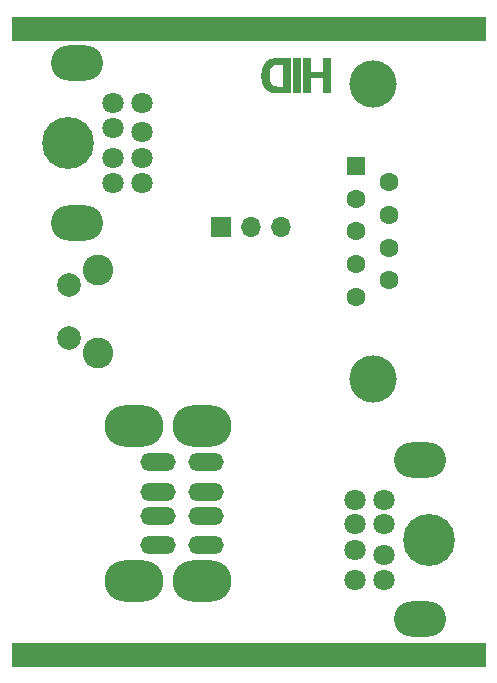
<source format=gbr>
%TF.GenerationSoftware,KiCad,Pcbnew,8.0.1*%
%TF.CreationDate,2024-05-28T16:45:22+01:00*%
%TF.ProjectId,ps2usb,70733275-7362-42e6-9b69-6361645f7063,rev?*%
%TF.SameCoordinates,Original*%
%TF.FileFunction,Soldermask,Bot*%
%TF.FilePolarity,Negative*%
%FSLAX46Y46*%
G04 Gerber Fmt 4.6, Leading zero omitted, Abs format (unit mm)*
G04 Created by KiCad (PCBNEW 8.0.1) date 2024-05-28 16:45:22*
%MOMM*%
%LPD*%
G01*
G04 APERTURE LIST*
%ADD10C,0.080000*%
%ADD11C,0.100000*%
%ADD12O,1.700000X1.700000*%
%ADD13R,1.700000X1.700000*%
%ADD14C,1.800000*%
%ADD15O,4.400000X3.000000*%
%ADD16C,4.400000*%
%ADD17O,3.000000X1.500000*%
%ADD18O,5.000000X3.500000*%
%ADD19C,2.000000*%
%ADD20C,2.600000*%
%ADD21C,4.000000*%
%ADD22R,1.600000X1.600000*%
%ADD23C,1.600000*%
G04 APERTURE END LIST*
D10*
X120501405Y-73916652D02*
X119404360Y-73916652D01*
X119325639Y-73915698D01*
X119250981Y-73912836D01*
X119180384Y-73908066D01*
X119113850Y-73901388D01*
X119082106Y-73897333D01*
X119051378Y-73892802D01*
X119021665Y-73887793D01*
X118992968Y-73882307D01*
X118965287Y-73876345D01*
X118938621Y-73869905D01*
X118912971Y-73862988D01*
X118888336Y-73855594D01*
X118856500Y-73845000D01*
X118825494Y-73833898D01*
X118795320Y-73822288D01*
X118765977Y-73810171D01*
X118737464Y-73797546D01*
X118709783Y-73784413D01*
X118682932Y-73770772D01*
X118656912Y-73756624D01*
X118631723Y-73741967D01*
X118607365Y-73726803D01*
X118583838Y-73711131D01*
X118561142Y-73694952D01*
X118539277Y-73678264D01*
X118518243Y-73661069D01*
X118498040Y-73643366D01*
X118478667Y-73625155D01*
X118453917Y-73600313D01*
X118429890Y-73574531D01*
X118406586Y-73547812D01*
X118384005Y-73520153D01*
X118362148Y-73491556D01*
X118341014Y-73462021D01*
X118320602Y-73431546D01*
X118300915Y-73400133D01*
X118281950Y-73367782D01*
X118263708Y-73334492D01*
X118246190Y-73300263D01*
X118229395Y-73265096D01*
X118213323Y-73228990D01*
X118197974Y-73191945D01*
X118183349Y-73153962D01*
X118169446Y-73115040D01*
X118158714Y-73082404D01*
X118148674Y-73048998D01*
X118130671Y-72979879D01*
X118115437Y-72907682D01*
X118102974Y-72832408D01*
X118093280Y-72754056D01*
X118086356Y-72672627D01*
X118082201Y-72588120D01*
X118080816Y-72500536D01*
X118081197Y-72474935D01*
X118683501Y-72474935D01*
X118684425Y-72556457D01*
X118687194Y-72633609D01*
X118691810Y-72706390D01*
X118698273Y-72774802D01*
X118706582Y-72838843D01*
X118711429Y-72869225D01*
X118716738Y-72898515D01*
X118722508Y-72926712D01*
X118728740Y-72953816D01*
X118735433Y-72979828D01*
X118742588Y-73004747D01*
X118750113Y-73028451D01*
X118757914Y-73051309D01*
X118765992Y-73073320D01*
X118774347Y-73094485D01*
X118782979Y-73114803D01*
X118791888Y-73134276D01*
X118801075Y-73152902D01*
X118810538Y-73170681D01*
X118820278Y-73187615D01*
X118830295Y-73203702D01*
X118840589Y-73218943D01*
X118851160Y-73233338D01*
X118862008Y-73246887D01*
X118873132Y-73259589D01*
X118884534Y-73271445D01*
X118896213Y-73282455D01*
X118907977Y-73292849D01*
X118920125Y-73302858D01*
X118932658Y-73312482D01*
X118945575Y-73321722D01*
X118958878Y-73330577D01*
X118972565Y-73339048D01*
X118986636Y-73347134D01*
X119001092Y-73354835D01*
X119015933Y-73362151D01*
X119031159Y-73369083D01*
X119046769Y-73375630D01*
X119062764Y-73381793D01*
X119079144Y-73387571D01*
X119095908Y-73392964D01*
X119113057Y-73397972D01*
X119130591Y-73402596D01*
X119159796Y-73409059D01*
X119193248Y-73414659D01*
X119230947Y-73419399D01*
X119272892Y-73423276D01*
X119319084Y-73426292D01*
X119369524Y-73428446D01*
X119424210Y-73429739D01*
X119483142Y-73430170D01*
X119918415Y-73430170D01*
X119918415Y-71517727D01*
X119656463Y-71517729D01*
X119571003Y-71518160D01*
X119492867Y-71519453D01*
X119422055Y-71521607D01*
X119358568Y-71524623D01*
X119302404Y-71528500D01*
X119253566Y-71533239D01*
X119212051Y-71538840D01*
X119194040Y-71541964D01*
X119177860Y-71545303D01*
X119157649Y-71549988D01*
X119137884Y-71555181D01*
X119118566Y-71560883D01*
X119099693Y-71567091D01*
X119081267Y-71573808D01*
X119063287Y-71581032D01*
X119045754Y-71588764D01*
X119028666Y-71597004D01*
X119012025Y-71605752D01*
X118995830Y-71615007D01*
X118980081Y-71624770D01*
X118964779Y-71635041D01*
X118949922Y-71645820D01*
X118935512Y-71657106D01*
X118921548Y-71668900D01*
X118908031Y-71681202D01*
X118894921Y-71694066D01*
X118882180Y-71707545D01*
X118869809Y-71721640D01*
X118857807Y-71736350D01*
X118846174Y-71751675D01*
X118834911Y-71767616D01*
X118824017Y-71784173D01*
X118813492Y-71801345D01*
X118803337Y-71819133D01*
X118793550Y-71837536D01*
X118784133Y-71856554D01*
X118775086Y-71876189D01*
X118766407Y-71896438D01*
X118758098Y-71917303D01*
X118750159Y-71938784D01*
X118742588Y-71960880D01*
X118728740Y-72008119D01*
X118716738Y-72060220D01*
X118706582Y-72117184D01*
X118698273Y-72179010D01*
X118691810Y-72245698D01*
X118687194Y-72317248D01*
X118684425Y-72393661D01*
X118683501Y-72474935D01*
X118081197Y-72474935D01*
X118082294Y-72401135D01*
X118086725Y-72305796D01*
X118094111Y-72214519D01*
X118098912Y-72170404D01*
X118104451Y-72127305D01*
X118110729Y-72085221D01*
X118117746Y-72044152D01*
X118125501Y-72004100D01*
X118133995Y-71965062D01*
X118143227Y-71927041D01*
X118153198Y-71890034D01*
X118163907Y-71854044D01*
X118175356Y-71819069D01*
X118187511Y-71784694D01*
X118200344Y-71750996D01*
X118213854Y-71717975D01*
X118228041Y-71685631D01*
X118242905Y-71653964D01*
X118258447Y-71622975D01*
X118274665Y-71592662D01*
X118291560Y-71563026D01*
X118309132Y-71534067D01*
X118327381Y-71505786D01*
X118346307Y-71478181D01*
X118365910Y-71451254D01*
X118386191Y-71425003D01*
X118407148Y-71399430D01*
X118428782Y-71374533D01*
X118451093Y-71350314D01*
X118474028Y-71326887D01*
X118497532Y-71304368D01*
X118521606Y-71282757D01*
X118546248Y-71262053D01*
X118571460Y-71242258D01*
X118597241Y-71223370D01*
X118623592Y-71205390D01*
X118650512Y-71188318D01*
X118678001Y-71172154D01*
X118706060Y-71156898D01*
X118734687Y-71142549D01*
X118763885Y-71129108D01*
X118793651Y-71116576D01*
X118823987Y-71104951D01*
X118854892Y-71094233D01*
X118886366Y-71084424D01*
X118936313Y-71071499D01*
X118991615Y-71060297D01*
X119052271Y-71050818D01*
X119118282Y-71043063D01*
X119189647Y-71037031D01*
X119266368Y-71032723D01*
X119348443Y-71030138D01*
X119435873Y-71029276D01*
X120501405Y-71029276D01*
X120501405Y-71517727D01*
X120501405Y-73916652D01*
G36*
X120501405Y-73916652D02*
G01*
X119404360Y-73916652D01*
X119325639Y-73915698D01*
X119250981Y-73912836D01*
X119180384Y-73908066D01*
X119113850Y-73901388D01*
X119082106Y-73897333D01*
X119051378Y-73892802D01*
X119021665Y-73887793D01*
X118992968Y-73882307D01*
X118965287Y-73876345D01*
X118938621Y-73869905D01*
X118912971Y-73862988D01*
X118888336Y-73855594D01*
X118856500Y-73845000D01*
X118825494Y-73833898D01*
X118795320Y-73822288D01*
X118765977Y-73810171D01*
X118737464Y-73797546D01*
X118709783Y-73784413D01*
X118682932Y-73770772D01*
X118656912Y-73756624D01*
X118631723Y-73741967D01*
X118607365Y-73726803D01*
X118583838Y-73711131D01*
X118561142Y-73694952D01*
X118539277Y-73678264D01*
X118518243Y-73661069D01*
X118498040Y-73643366D01*
X118478667Y-73625155D01*
X118453917Y-73600313D01*
X118429890Y-73574531D01*
X118406586Y-73547812D01*
X118384005Y-73520153D01*
X118362148Y-73491556D01*
X118341014Y-73462021D01*
X118320602Y-73431546D01*
X118300915Y-73400133D01*
X118281950Y-73367782D01*
X118263708Y-73334492D01*
X118246190Y-73300263D01*
X118229395Y-73265096D01*
X118213323Y-73228990D01*
X118197974Y-73191945D01*
X118183349Y-73153962D01*
X118169446Y-73115040D01*
X118158714Y-73082404D01*
X118148674Y-73048998D01*
X118130671Y-72979879D01*
X118115437Y-72907682D01*
X118102974Y-72832408D01*
X118093280Y-72754056D01*
X118086356Y-72672627D01*
X118082201Y-72588120D01*
X118080816Y-72500536D01*
X118081197Y-72474935D01*
X118683501Y-72474935D01*
X118684425Y-72556457D01*
X118687194Y-72633609D01*
X118691810Y-72706390D01*
X118698273Y-72774802D01*
X118706582Y-72838843D01*
X118711429Y-72869225D01*
X118716738Y-72898515D01*
X118722508Y-72926712D01*
X118728740Y-72953816D01*
X118735433Y-72979828D01*
X118742588Y-73004747D01*
X118750113Y-73028451D01*
X118757914Y-73051309D01*
X118765992Y-73073320D01*
X118774347Y-73094485D01*
X118782979Y-73114803D01*
X118791888Y-73134276D01*
X118801075Y-73152902D01*
X118810538Y-73170681D01*
X118820278Y-73187615D01*
X118830295Y-73203702D01*
X118840589Y-73218943D01*
X118851160Y-73233338D01*
X118862008Y-73246887D01*
X118873132Y-73259589D01*
X118884534Y-73271445D01*
X118896213Y-73282455D01*
X118907977Y-73292849D01*
X118920125Y-73302858D01*
X118932658Y-73312482D01*
X118945575Y-73321722D01*
X118958878Y-73330577D01*
X118972565Y-73339048D01*
X118986636Y-73347134D01*
X119001092Y-73354835D01*
X119015933Y-73362151D01*
X119031159Y-73369083D01*
X119046769Y-73375630D01*
X119062764Y-73381793D01*
X119079144Y-73387571D01*
X119095908Y-73392964D01*
X119113057Y-73397972D01*
X119130591Y-73402596D01*
X119159796Y-73409059D01*
X119193248Y-73414659D01*
X119230947Y-73419399D01*
X119272892Y-73423276D01*
X119319084Y-73426292D01*
X119369524Y-73428446D01*
X119424210Y-73429739D01*
X119483142Y-73430170D01*
X119918415Y-73430170D01*
X119918415Y-71517727D01*
X119656463Y-71517729D01*
X119571003Y-71518160D01*
X119492867Y-71519453D01*
X119422055Y-71521607D01*
X119358568Y-71524623D01*
X119302404Y-71528500D01*
X119253566Y-71533239D01*
X119212051Y-71538840D01*
X119194040Y-71541964D01*
X119177860Y-71545303D01*
X119157649Y-71549988D01*
X119137884Y-71555181D01*
X119118566Y-71560883D01*
X119099693Y-71567091D01*
X119081267Y-71573808D01*
X119063287Y-71581032D01*
X119045754Y-71588764D01*
X119028666Y-71597004D01*
X119012025Y-71605752D01*
X118995830Y-71615007D01*
X118980081Y-71624770D01*
X118964779Y-71635041D01*
X118949922Y-71645820D01*
X118935512Y-71657106D01*
X118921548Y-71668900D01*
X118908031Y-71681202D01*
X118894921Y-71694066D01*
X118882180Y-71707545D01*
X118869809Y-71721640D01*
X118857807Y-71736350D01*
X118846174Y-71751675D01*
X118834911Y-71767616D01*
X118824017Y-71784173D01*
X118813492Y-71801345D01*
X118803337Y-71819133D01*
X118793550Y-71837536D01*
X118784133Y-71856554D01*
X118775086Y-71876189D01*
X118766407Y-71896438D01*
X118758098Y-71917303D01*
X118750159Y-71938784D01*
X118742588Y-71960880D01*
X118728740Y-72008119D01*
X118716738Y-72060220D01*
X118706582Y-72117184D01*
X118698273Y-72179010D01*
X118691810Y-72245698D01*
X118687194Y-72317248D01*
X118684425Y-72393661D01*
X118683501Y-72474935D01*
X118081197Y-72474935D01*
X118082294Y-72401135D01*
X118086725Y-72305796D01*
X118094111Y-72214519D01*
X118098912Y-72170404D01*
X118104451Y-72127305D01*
X118110729Y-72085221D01*
X118117746Y-72044152D01*
X118125501Y-72004100D01*
X118133995Y-71965062D01*
X118143227Y-71927041D01*
X118153198Y-71890034D01*
X118163907Y-71854044D01*
X118175356Y-71819069D01*
X118187511Y-71784694D01*
X118200344Y-71750996D01*
X118213854Y-71717975D01*
X118228041Y-71685631D01*
X118242905Y-71653964D01*
X118258447Y-71622975D01*
X118274665Y-71592662D01*
X118291560Y-71563026D01*
X118309132Y-71534067D01*
X118327381Y-71505786D01*
X118346307Y-71478181D01*
X118365910Y-71451254D01*
X118386191Y-71425003D01*
X118407148Y-71399430D01*
X118428782Y-71374533D01*
X118451093Y-71350314D01*
X118474028Y-71326887D01*
X118497532Y-71304368D01*
X118521606Y-71282757D01*
X118546248Y-71262053D01*
X118571460Y-71242258D01*
X118597241Y-71223370D01*
X118623592Y-71205390D01*
X118650512Y-71188318D01*
X118678001Y-71172154D01*
X118706060Y-71156898D01*
X118734687Y-71142549D01*
X118763885Y-71129108D01*
X118793651Y-71116576D01*
X118823987Y-71104951D01*
X118854892Y-71094233D01*
X118886366Y-71084424D01*
X118936313Y-71071499D01*
X118991615Y-71060297D01*
X119052271Y-71050818D01*
X119118282Y-71043063D01*
X119189647Y-71037031D01*
X119266368Y-71032723D01*
X119348443Y-71030138D01*
X119435873Y-71029276D01*
X120501405Y-71029276D01*
X120501405Y-71517727D01*
X120501405Y-73916652D01*
G37*
X122192673Y-72165712D02*
X123335018Y-72165712D01*
X123335018Y-71029276D01*
X123918007Y-71029276D01*
X123918007Y-73916649D01*
X123335018Y-73916649D01*
X123335018Y-72654161D01*
X122192673Y-72654161D01*
X122192673Y-73916649D01*
X121609684Y-73916649D01*
X121609684Y-71029276D01*
X122192673Y-71029276D01*
X122192673Y-72165712D01*
G36*
X122192673Y-72165712D02*
G01*
X123335018Y-72165712D01*
X123335018Y-71029276D01*
X123918007Y-71029276D01*
X123918007Y-73916649D01*
X123335018Y-73916649D01*
X123335018Y-72654161D01*
X122192673Y-72654161D01*
X122192673Y-73916649D01*
X121609684Y-73916649D01*
X121609684Y-71029276D01*
X122192673Y-71029276D01*
X122192673Y-72165712D01*
G37*
D11*
X97000000Y-67500000D02*
X137000000Y-67500000D01*
X137000000Y-69500000D01*
X97000000Y-69500000D01*
X97000000Y-67500000D01*
G36*
X97000000Y-67500000D02*
G01*
X137000000Y-67500000D01*
X137000000Y-69500000D01*
X97000000Y-69500000D01*
X97000000Y-67500000D01*
G37*
X97000000Y-120500000D02*
X137000000Y-120500000D01*
X137000000Y-122500000D01*
X97000000Y-122500000D01*
X97000000Y-120500000D01*
G36*
X97000000Y-120500000D02*
G01*
X137000000Y-120500000D01*
X137000000Y-122500000D01*
X97000000Y-122500000D01*
X97000000Y-120500000D01*
G37*
D10*
X121331283Y-73916649D02*
X120748293Y-73916649D01*
X120748293Y-71029276D01*
X121331283Y-71029276D01*
X121331283Y-73916649D01*
G36*
X121331283Y-73916649D02*
G01*
X120748293Y-73916649D01*
X120748293Y-71029276D01*
X121331283Y-71029276D01*
X121331283Y-73916649D01*
G37*
D12*
%TO.C,J5*%
X119761000Y-85344000D03*
X117221000Y-85344000D03*
D13*
X114681000Y-85344000D03*
%TD*%
D14*
%TO.C,J3*%
X128500000Y-110500000D03*
X128500000Y-113100000D03*
X128500000Y-108400000D03*
X126000000Y-110500000D03*
X128500000Y-115200000D03*
X126000000Y-108400000D03*
X126000000Y-112700000D03*
X126000000Y-115200000D03*
D15*
X131500000Y-105050000D03*
D16*
X132300000Y-111800000D03*
D15*
X131500000Y-118550000D03*
%TD*%
D17*
%TO.C,J2*%
X113360000Y-105250000D03*
X109340000Y-105250000D03*
X113360000Y-107750000D03*
X109340000Y-107750000D03*
X113360000Y-109750000D03*
X109340000Y-109750000D03*
X113360000Y-112250000D03*
X109340000Y-112250000D03*
D18*
X113010000Y-102180000D03*
X107330000Y-102180000D03*
X113010000Y-115320000D03*
X107330000Y-115320000D03*
%TD*%
D19*
%TO.C,S1*%
X101750000Y-90250000D03*
X101750000Y-94750000D03*
D20*
X104250000Y-89000000D03*
X104250000Y-96000000D03*
%TD*%
D21*
%TO.C,J4*%
X127489669Y-98190000D03*
X127489669Y-73190000D03*
D22*
X126069669Y-80150000D03*
D23*
X126069669Y-82920000D03*
X126069669Y-85690000D03*
X126069669Y-88460000D03*
X126069669Y-91230000D03*
X128909669Y-81535000D03*
X128909669Y-84305000D03*
X128909669Y-87075000D03*
X128909669Y-89845000D03*
%TD*%
D14*
%TO.C,J1*%
X105500000Y-79500000D03*
X105500000Y-76900000D03*
X105500000Y-81600000D03*
X108000000Y-79500000D03*
X105500000Y-74800000D03*
X108000000Y-81600000D03*
X108000000Y-77300000D03*
X108000000Y-74800000D03*
D15*
X102500000Y-84950000D03*
D16*
X101700000Y-78200000D03*
D15*
X102500000Y-71450000D03*
%TD*%
M02*

</source>
